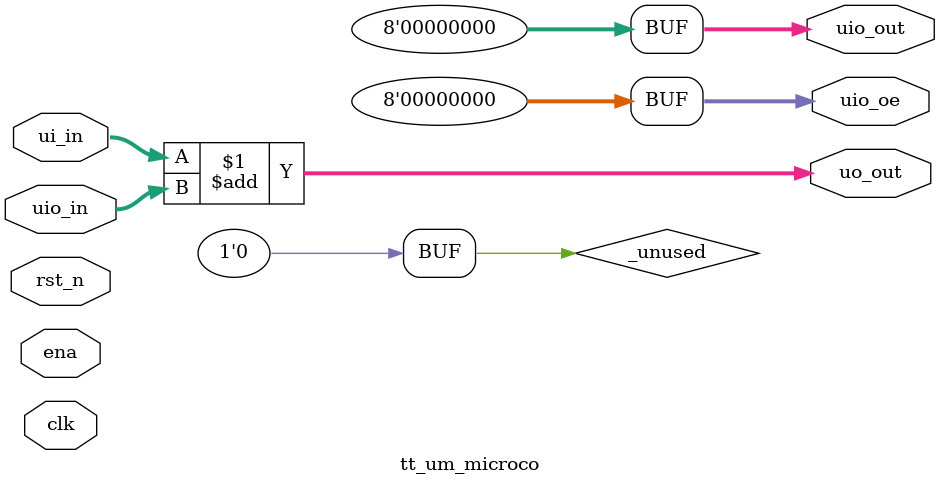
<source format=v>
/*
 * Copyright (c) 2024 Your Name
 * SPDX-License-Identifier: Apache-2.0
 */

`default_nettype none

module tt_um_microco (
    input  wire [7:0] ui_in,    // Dedicated inputs
    output wire [7:0] uo_out,   // Dedicated outputs
    input  wire [7:0] uio_in,   // IOs: Input path
    output wire [7:0] uio_out,  // IOs: Output path
    output wire [7:0] uio_oe,   // IOs: Enable path (active high: 0=input, 1=output)
    input  wire       ena,      // always 1 when the design is powered, so you can ignore it
    input  wire       clk,      // clock
    input  wire       rst_n     // reset_n - low to reset
);

  // All output pins must be assigned. If not used, assign to 0.
  assign uo_out  = ui_in + uio_in;  // Example: ou_out is the sum of ui_in and uio_in
  assign uio_out = 0;
  assign uio_oe  = 0;

  // List all unused inputs to prevent warnings
  wire _unused = &{ena, clk, rst_n, 1'b0};

endmodule

</source>
